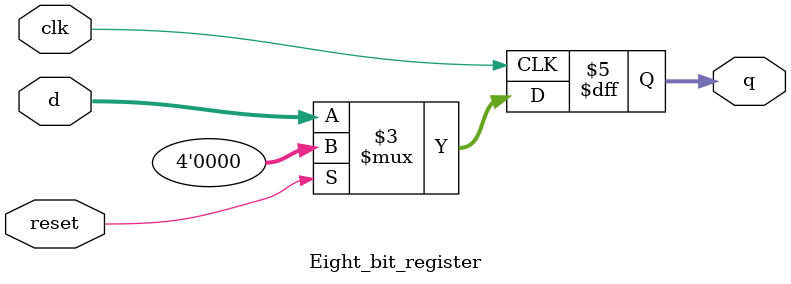
<source format=v>
`timescale 1ns / 1ps


module Eight_bit_register(input clk, input reset, input[3:0]d, output reg [3:0] q);
    always@(posedge clk)
        if(reset) q <= 4'b0;
        else q <= d;
endmodule

</source>
